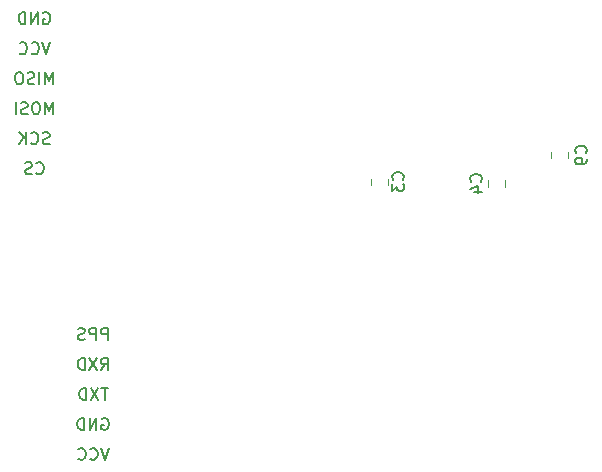
<source format=gbr>
G04 #@! TF.GenerationSoftware,KiCad,Pcbnew,5.1.4*
G04 #@! TF.CreationDate,2019-08-22T02:38:53+02:00*
G04 #@! TF.ProjectId,Stratosensor,53747261-746f-4736-956e-736f722e6b69,rev?*
G04 #@! TF.SameCoordinates,Original*
G04 #@! TF.FileFunction,Legend,Bot*
G04 #@! TF.FilePolarity,Positive*
%FSLAX46Y46*%
G04 Gerber Fmt 4.6, Leading zero omitted, Abs format (unit mm)*
G04 Created by KiCad (PCBNEW 5.1.4) date 2019-08-22 02:38:53*
%MOMM*%
%LPD*%
G04 APERTURE LIST*
%ADD10C,0.120000*%
%ADD11C,0.150000*%
%ADD12O,1.802000X1.802000*%
%ADD13R,1.802000X1.802000*%
%ADD14C,0.100000*%
%ADD15C,1.252000*%
%ADD16C,3.302000*%
%ADD17C,1.626000*%
%ADD18R,1.626000X1.626000*%
%ADD19O,2.302000X1.842000*%
%ADD20C,1.842000*%
%ADD21C,1.702000*%
%ADD22R,1.702000X1.702000*%
%ADD23C,1.902000*%
%ADD24R,1.902000X1.902000*%
%ADD25O,1.702000X1.702000*%
%ADD26C,2.202000*%
%ADD27C,1.802000*%
%ADD28C,1.852000*%
%ADD29R,1.852000X1.852000*%
%ADD30C,1.602000*%
%ADD31O,1.829200X1.829200*%
%ADD32R,1.829200X1.829200*%
G04 APERTURE END LIST*
D10*
X131520000Y-114918748D02*
X131520000Y-115441252D01*
X130100000Y-114918748D02*
X130100000Y-115441252D01*
X126186000Y-117331748D02*
X126186000Y-117854252D01*
X124766000Y-117331748D02*
X124766000Y-117854252D01*
X114860000Y-117696252D02*
X114860000Y-117173748D01*
X116280000Y-117696252D02*
X116280000Y-117173748D01*
D11*
X133072142Y-115013333D02*
X133119761Y-114965714D01*
X133167380Y-114822857D01*
X133167380Y-114727619D01*
X133119761Y-114584761D01*
X133024523Y-114489523D01*
X132929285Y-114441904D01*
X132738809Y-114394285D01*
X132595952Y-114394285D01*
X132405476Y-114441904D01*
X132310238Y-114489523D01*
X132215000Y-114584761D01*
X132167380Y-114727619D01*
X132167380Y-114822857D01*
X132215000Y-114965714D01*
X132262619Y-115013333D01*
X133167380Y-115489523D02*
X133167380Y-115680000D01*
X133119761Y-115775238D01*
X133072142Y-115822857D01*
X132929285Y-115918095D01*
X132738809Y-115965714D01*
X132357857Y-115965714D01*
X132262619Y-115918095D01*
X132215000Y-115870476D01*
X132167380Y-115775238D01*
X132167380Y-115584761D01*
X132215000Y-115489523D01*
X132262619Y-115441904D01*
X132357857Y-115394285D01*
X132595952Y-115394285D01*
X132691190Y-115441904D01*
X132738809Y-115489523D01*
X132786428Y-115584761D01*
X132786428Y-115775238D01*
X132738809Y-115870476D01*
X132691190Y-115918095D01*
X132595952Y-115965714D01*
X124183142Y-117426333D02*
X124230761Y-117378714D01*
X124278380Y-117235857D01*
X124278380Y-117140619D01*
X124230761Y-116997761D01*
X124135523Y-116902523D01*
X124040285Y-116854904D01*
X123849809Y-116807285D01*
X123706952Y-116807285D01*
X123516476Y-116854904D01*
X123421238Y-116902523D01*
X123326000Y-116997761D01*
X123278380Y-117140619D01*
X123278380Y-117235857D01*
X123326000Y-117378714D01*
X123373619Y-117426333D01*
X123611714Y-118283476D02*
X124278380Y-118283476D01*
X123230761Y-118045380D02*
X123945047Y-117807285D01*
X123945047Y-118426333D01*
X86546666Y-116707142D02*
X86594285Y-116754761D01*
X86737142Y-116802380D01*
X86832380Y-116802380D01*
X86975238Y-116754761D01*
X87070476Y-116659523D01*
X87118095Y-116564285D01*
X87165714Y-116373809D01*
X87165714Y-116230952D01*
X87118095Y-116040476D01*
X87070476Y-115945238D01*
X86975238Y-115850000D01*
X86832380Y-115802380D01*
X86737142Y-115802380D01*
X86594285Y-115850000D01*
X86546666Y-115897619D01*
X86165714Y-116754761D02*
X86022857Y-116802380D01*
X85784761Y-116802380D01*
X85689523Y-116754761D01*
X85641904Y-116707142D01*
X85594285Y-116611904D01*
X85594285Y-116516666D01*
X85641904Y-116421428D01*
X85689523Y-116373809D01*
X85784761Y-116326190D01*
X85975238Y-116278571D01*
X86070476Y-116230952D01*
X86118095Y-116183333D01*
X86165714Y-116088095D01*
X86165714Y-115992857D01*
X86118095Y-115897619D01*
X86070476Y-115850000D01*
X85975238Y-115802380D01*
X85737142Y-115802380D01*
X85594285Y-115850000D01*
X87665714Y-114214761D02*
X87522857Y-114262380D01*
X87284761Y-114262380D01*
X87189523Y-114214761D01*
X87141904Y-114167142D01*
X87094285Y-114071904D01*
X87094285Y-113976666D01*
X87141904Y-113881428D01*
X87189523Y-113833809D01*
X87284761Y-113786190D01*
X87475238Y-113738571D01*
X87570476Y-113690952D01*
X87618095Y-113643333D01*
X87665714Y-113548095D01*
X87665714Y-113452857D01*
X87618095Y-113357619D01*
X87570476Y-113310000D01*
X87475238Y-113262380D01*
X87237142Y-113262380D01*
X87094285Y-113310000D01*
X86094285Y-114167142D02*
X86141904Y-114214761D01*
X86284761Y-114262380D01*
X86380000Y-114262380D01*
X86522857Y-114214761D01*
X86618095Y-114119523D01*
X86665714Y-114024285D01*
X86713333Y-113833809D01*
X86713333Y-113690952D01*
X86665714Y-113500476D01*
X86618095Y-113405238D01*
X86522857Y-113310000D01*
X86380000Y-113262380D01*
X86284761Y-113262380D01*
X86141904Y-113310000D01*
X86094285Y-113357619D01*
X85665714Y-114262380D02*
X85665714Y-113262380D01*
X85094285Y-114262380D02*
X85522857Y-113690952D01*
X85094285Y-113262380D02*
X85665714Y-113833809D01*
X87951428Y-111722380D02*
X87951428Y-110722380D01*
X87618095Y-111436666D01*
X87284761Y-110722380D01*
X87284761Y-111722380D01*
X86618095Y-110722380D02*
X86427619Y-110722380D01*
X86332380Y-110770000D01*
X86237142Y-110865238D01*
X86189523Y-111055714D01*
X86189523Y-111389047D01*
X86237142Y-111579523D01*
X86332380Y-111674761D01*
X86427619Y-111722380D01*
X86618095Y-111722380D01*
X86713333Y-111674761D01*
X86808571Y-111579523D01*
X86856190Y-111389047D01*
X86856190Y-111055714D01*
X86808571Y-110865238D01*
X86713333Y-110770000D01*
X86618095Y-110722380D01*
X85808571Y-111674761D02*
X85665714Y-111722380D01*
X85427619Y-111722380D01*
X85332380Y-111674761D01*
X85284761Y-111627142D01*
X85237142Y-111531904D01*
X85237142Y-111436666D01*
X85284761Y-111341428D01*
X85332380Y-111293809D01*
X85427619Y-111246190D01*
X85618095Y-111198571D01*
X85713333Y-111150952D01*
X85760952Y-111103333D01*
X85808571Y-111008095D01*
X85808571Y-110912857D01*
X85760952Y-110817619D01*
X85713333Y-110770000D01*
X85618095Y-110722380D01*
X85380000Y-110722380D01*
X85237142Y-110770000D01*
X84808571Y-111722380D02*
X84808571Y-110722380D01*
X87951428Y-109182380D02*
X87951428Y-108182380D01*
X87618095Y-108896666D01*
X87284761Y-108182380D01*
X87284761Y-109182380D01*
X86808571Y-109182380D02*
X86808571Y-108182380D01*
X86380000Y-109134761D02*
X86237142Y-109182380D01*
X85999047Y-109182380D01*
X85903809Y-109134761D01*
X85856190Y-109087142D01*
X85808571Y-108991904D01*
X85808571Y-108896666D01*
X85856190Y-108801428D01*
X85903809Y-108753809D01*
X85999047Y-108706190D01*
X86189523Y-108658571D01*
X86284761Y-108610952D01*
X86332380Y-108563333D01*
X86380000Y-108468095D01*
X86380000Y-108372857D01*
X86332380Y-108277619D01*
X86284761Y-108230000D01*
X86189523Y-108182380D01*
X85951428Y-108182380D01*
X85808571Y-108230000D01*
X85189523Y-108182380D02*
X84999047Y-108182380D01*
X84903809Y-108230000D01*
X84808571Y-108325238D01*
X84760952Y-108515714D01*
X84760952Y-108849047D01*
X84808571Y-109039523D01*
X84903809Y-109134761D01*
X84999047Y-109182380D01*
X85189523Y-109182380D01*
X85284761Y-109134761D01*
X85380000Y-109039523D01*
X85427619Y-108849047D01*
X85427619Y-108515714D01*
X85380000Y-108325238D01*
X85284761Y-108230000D01*
X85189523Y-108182380D01*
X87713333Y-105642380D02*
X87380000Y-106642380D01*
X87046666Y-105642380D01*
X86141904Y-106547142D02*
X86189523Y-106594761D01*
X86332380Y-106642380D01*
X86427619Y-106642380D01*
X86570476Y-106594761D01*
X86665714Y-106499523D01*
X86713333Y-106404285D01*
X86760952Y-106213809D01*
X86760952Y-106070952D01*
X86713333Y-105880476D01*
X86665714Y-105785238D01*
X86570476Y-105690000D01*
X86427619Y-105642380D01*
X86332380Y-105642380D01*
X86189523Y-105690000D01*
X86141904Y-105737619D01*
X85141904Y-106547142D02*
X85189523Y-106594761D01*
X85332380Y-106642380D01*
X85427619Y-106642380D01*
X85570476Y-106594761D01*
X85665714Y-106499523D01*
X85713333Y-106404285D01*
X85760952Y-106213809D01*
X85760952Y-106070952D01*
X85713333Y-105880476D01*
X85665714Y-105785238D01*
X85570476Y-105690000D01*
X85427619Y-105642380D01*
X85332380Y-105642380D01*
X85189523Y-105690000D01*
X85141904Y-105737619D01*
X87141904Y-103150000D02*
X87237142Y-103102380D01*
X87380000Y-103102380D01*
X87522857Y-103150000D01*
X87618095Y-103245238D01*
X87665714Y-103340476D01*
X87713333Y-103530952D01*
X87713333Y-103673809D01*
X87665714Y-103864285D01*
X87618095Y-103959523D01*
X87522857Y-104054761D01*
X87380000Y-104102380D01*
X87284761Y-104102380D01*
X87141904Y-104054761D01*
X87094285Y-104007142D01*
X87094285Y-103673809D01*
X87284761Y-103673809D01*
X86665714Y-104102380D02*
X86665714Y-103102380D01*
X86094285Y-104102380D01*
X86094285Y-103102380D01*
X85618095Y-104102380D02*
X85618095Y-103102380D01*
X85380000Y-103102380D01*
X85237142Y-103150000D01*
X85141904Y-103245238D01*
X85094285Y-103340476D01*
X85046666Y-103530952D01*
X85046666Y-103673809D01*
X85094285Y-103864285D01*
X85141904Y-103959523D01*
X85237142Y-104054761D01*
X85380000Y-104102380D01*
X85618095Y-104102380D01*
X92683333Y-139992380D02*
X92350000Y-140992380D01*
X92016666Y-139992380D01*
X91111904Y-140897142D02*
X91159523Y-140944761D01*
X91302380Y-140992380D01*
X91397619Y-140992380D01*
X91540476Y-140944761D01*
X91635714Y-140849523D01*
X91683333Y-140754285D01*
X91730952Y-140563809D01*
X91730952Y-140420952D01*
X91683333Y-140230476D01*
X91635714Y-140135238D01*
X91540476Y-140040000D01*
X91397619Y-139992380D01*
X91302380Y-139992380D01*
X91159523Y-140040000D01*
X91111904Y-140087619D01*
X90111904Y-140897142D02*
X90159523Y-140944761D01*
X90302380Y-140992380D01*
X90397619Y-140992380D01*
X90540476Y-140944761D01*
X90635714Y-140849523D01*
X90683333Y-140754285D01*
X90730952Y-140563809D01*
X90730952Y-140420952D01*
X90683333Y-140230476D01*
X90635714Y-140135238D01*
X90540476Y-140040000D01*
X90397619Y-139992380D01*
X90302380Y-139992380D01*
X90159523Y-140040000D01*
X90111904Y-140087619D01*
X92111904Y-137500000D02*
X92207142Y-137452380D01*
X92350000Y-137452380D01*
X92492857Y-137500000D01*
X92588095Y-137595238D01*
X92635714Y-137690476D01*
X92683333Y-137880952D01*
X92683333Y-138023809D01*
X92635714Y-138214285D01*
X92588095Y-138309523D01*
X92492857Y-138404761D01*
X92350000Y-138452380D01*
X92254761Y-138452380D01*
X92111904Y-138404761D01*
X92064285Y-138357142D01*
X92064285Y-138023809D01*
X92254761Y-138023809D01*
X91635714Y-138452380D02*
X91635714Y-137452380D01*
X91064285Y-138452380D01*
X91064285Y-137452380D01*
X90588095Y-138452380D02*
X90588095Y-137452380D01*
X90350000Y-137452380D01*
X90207142Y-137500000D01*
X90111904Y-137595238D01*
X90064285Y-137690476D01*
X90016666Y-137880952D01*
X90016666Y-138023809D01*
X90064285Y-138214285D01*
X90111904Y-138309523D01*
X90207142Y-138404761D01*
X90350000Y-138452380D01*
X90588095Y-138452380D01*
X92611904Y-134912380D02*
X92040476Y-134912380D01*
X92326190Y-135912380D02*
X92326190Y-134912380D01*
X91802380Y-134912380D02*
X91135714Y-135912380D01*
X91135714Y-134912380D02*
X91802380Y-135912380D01*
X90754761Y-135912380D02*
X90754761Y-134912380D01*
X90516666Y-134912380D01*
X90373809Y-134960000D01*
X90278571Y-135055238D01*
X90230952Y-135150476D01*
X90183333Y-135340952D01*
X90183333Y-135483809D01*
X90230952Y-135674285D01*
X90278571Y-135769523D01*
X90373809Y-135864761D01*
X90516666Y-135912380D01*
X90754761Y-135912380D01*
X92016666Y-133372380D02*
X92350000Y-132896190D01*
X92588095Y-133372380D02*
X92588095Y-132372380D01*
X92207142Y-132372380D01*
X92111904Y-132420000D01*
X92064285Y-132467619D01*
X92016666Y-132562857D01*
X92016666Y-132705714D01*
X92064285Y-132800952D01*
X92111904Y-132848571D01*
X92207142Y-132896190D01*
X92588095Y-132896190D01*
X91683333Y-132372380D02*
X91016666Y-133372380D01*
X91016666Y-132372380D02*
X91683333Y-133372380D01*
X90635714Y-133372380D02*
X90635714Y-132372380D01*
X90397619Y-132372380D01*
X90254761Y-132420000D01*
X90159523Y-132515238D01*
X90111904Y-132610476D01*
X90064285Y-132800952D01*
X90064285Y-132943809D01*
X90111904Y-133134285D01*
X90159523Y-133229523D01*
X90254761Y-133324761D01*
X90397619Y-133372380D01*
X90635714Y-133372380D01*
X92588095Y-130832380D02*
X92588095Y-129832380D01*
X92207142Y-129832380D01*
X92111904Y-129880000D01*
X92064285Y-129927619D01*
X92016666Y-130022857D01*
X92016666Y-130165714D01*
X92064285Y-130260952D01*
X92111904Y-130308571D01*
X92207142Y-130356190D01*
X92588095Y-130356190D01*
X91588095Y-130832380D02*
X91588095Y-129832380D01*
X91207142Y-129832380D01*
X91111904Y-129880000D01*
X91064285Y-129927619D01*
X91016666Y-130022857D01*
X91016666Y-130165714D01*
X91064285Y-130260952D01*
X91111904Y-130308571D01*
X91207142Y-130356190D01*
X91588095Y-130356190D01*
X90635714Y-130784761D02*
X90492857Y-130832380D01*
X90254761Y-130832380D01*
X90159523Y-130784761D01*
X90111904Y-130737142D01*
X90064285Y-130641904D01*
X90064285Y-130546666D01*
X90111904Y-130451428D01*
X90159523Y-130403809D01*
X90254761Y-130356190D01*
X90445238Y-130308571D01*
X90540476Y-130260952D01*
X90588095Y-130213333D01*
X90635714Y-130118095D01*
X90635714Y-130022857D01*
X90588095Y-129927619D01*
X90540476Y-129880000D01*
X90445238Y-129832380D01*
X90207142Y-129832380D01*
X90064285Y-129880000D01*
X117577142Y-117268333D02*
X117624761Y-117220714D01*
X117672380Y-117077857D01*
X117672380Y-116982619D01*
X117624761Y-116839761D01*
X117529523Y-116744523D01*
X117434285Y-116696904D01*
X117243809Y-116649285D01*
X117100952Y-116649285D01*
X116910476Y-116696904D01*
X116815238Y-116744523D01*
X116720000Y-116839761D01*
X116672380Y-116982619D01*
X116672380Y-117077857D01*
X116720000Y-117220714D01*
X116767619Y-117268333D01*
X116672380Y-117601666D02*
X116672380Y-118220714D01*
X117053333Y-117887380D01*
X117053333Y-118030238D01*
X117100952Y-118125476D01*
X117148571Y-118173095D01*
X117243809Y-118220714D01*
X117481904Y-118220714D01*
X117577142Y-118173095D01*
X117624761Y-118125476D01*
X117672380Y-118030238D01*
X117672380Y-117744523D01*
X117624761Y-117649285D01*
X117577142Y-117601666D01*
%LPC*%
D12*
X138430000Y-109220000D03*
X140970000Y-109220000D03*
X143510000Y-109220000D03*
D13*
X146050000Y-109220000D03*
D12*
X138430000Y-104140000D03*
X140970000Y-104140000D03*
X143510000Y-104140000D03*
D13*
X146050000Y-104140000D03*
D12*
X138430000Y-99060000D03*
X140970000Y-99060000D03*
X143510000Y-99060000D03*
D13*
X146050000Y-99060000D03*
D12*
X138430000Y-93980000D03*
X140970000Y-93980000D03*
X143510000Y-93980000D03*
D13*
X146050000Y-93980000D03*
D12*
X138430000Y-124460000D03*
X140970000Y-124460000D03*
X143510000Y-124460000D03*
D13*
X146050000Y-124460000D03*
D12*
X138430000Y-129540000D03*
X140970000Y-129540000D03*
X143510000Y-129540000D03*
D13*
X146050000Y-129540000D03*
D14*
G36*
X131315505Y-115580311D02*
G01*
X131341925Y-115584230D01*
X131367835Y-115590720D01*
X131392983Y-115599718D01*
X131417128Y-115611138D01*
X131440038Y-115624869D01*
X131461492Y-115640780D01*
X131481282Y-115658718D01*
X131499220Y-115678508D01*
X131515131Y-115699962D01*
X131528862Y-115722872D01*
X131540282Y-115747017D01*
X131549280Y-115772165D01*
X131555770Y-115798075D01*
X131559689Y-115824495D01*
X131561000Y-115851173D01*
X131561000Y-116558827D01*
X131559689Y-116585505D01*
X131555770Y-116611925D01*
X131549280Y-116637835D01*
X131540282Y-116662983D01*
X131528862Y-116687128D01*
X131515131Y-116710038D01*
X131499220Y-116731492D01*
X131481282Y-116751282D01*
X131461492Y-116769220D01*
X131440038Y-116785131D01*
X131417128Y-116798862D01*
X131392983Y-116810282D01*
X131367835Y-116819280D01*
X131341925Y-116825770D01*
X131315505Y-116829689D01*
X131288827Y-116831000D01*
X130331173Y-116831000D01*
X130304495Y-116829689D01*
X130278075Y-116825770D01*
X130252165Y-116819280D01*
X130227017Y-116810282D01*
X130202872Y-116798862D01*
X130179962Y-116785131D01*
X130158508Y-116769220D01*
X130138718Y-116751282D01*
X130120780Y-116731492D01*
X130104869Y-116710038D01*
X130091138Y-116687128D01*
X130079718Y-116662983D01*
X130070720Y-116637835D01*
X130064230Y-116611925D01*
X130060311Y-116585505D01*
X130059000Y-116558827D01*
X130059000Y-115851173D01*
X130060311Y-115824495D01*
X130064230Y-115798075D01*
X130070720Y-115772165D01*
X130079718Y-115747017D01*
X130091138Y-115722872D01*
X130104869Y-115699962D01*
X130120780Y-115678508D01*
X130138718Y-115658718D01*
X130158508Y-115640780D01*
X130179962Y-115624869D01*
X130202872Y-115611138D01*
X130227017Y-115599718D01*
X130252165Y-115590720D01*
X130278075Y-115584230D01*
X130304495Y-115580311D01*
X130331173Y-115579000D01*
X131288827Y-115579000D01*
X131315505Y-115580311D01*
X131315505Y-115580311D01*
G37*
D15*
X130810000Y-116205000D03*
D14*
G36*
X131315505Y-113530311D02*
G01*
X131341925Y-113534230D01*
X131367835Y-113540720D01*
X131392983Y-113549718D01*
X131417128Y-113561138D01*
X131440038Y-113574869D01*
X131461492Y-113590780D01*
X131481282Y-113608718D01*
X131499220Y-113628508D01*
X131515131Y-113649962D01*
X131528862Y-113672872D01*
X131540282Y-113697017D01*
X131549280Y-113722165D01*
X131555770Y-113748075D01*
X131559689Y-113774495D01*
X131561000Y-113801173D01*
X131561000Y-114508827D01*
X131559689Y-114535505D01*
X131555770Y-114561925D01*
X131549280Y-114587835D01*
X131540282Y-114612983D01*
X131528862Y-114637128D01*
X131515131Y-114660038D01*
X131499220Y-114681492D01*
X131481282Y-114701282D01*
X131461492Y-114719220D01*
X131440038Y-114735131D01*
X131417128Y-114748862D01*
X131392983Y-114760282D01*
X131367835Y-114769280D01*
X131341925Y-114775770D01*
X131315505Y-114779689D01*
X131288827Y-114781000D01*
X130331173Y-114781000D01*
X130304495Y-114779689D01*
X130278075Y-114775770D01*
X130252165Y-114769280D01*
X130227017Y-114760282D01*
X130202872Y-114748862D01*
X130179962Y-114735131D01*
X130158508Y-114719220D01*
X130138718Y-114701282D01*
X130120780Y-114681492D01*
X130104869Y-114660038D01*
X130091138Y-114637128D01*
X130079718Y-114612983D01*
X130070720Y-114587835D01*
X130064230Y-114561925D01*
X130060311Y-114535505D01*
X130059000Y-114508827D01*
X130059000Y-113801173D01*
X130060311Y-113774495D01*
X130064230Y-113748075D01*
X130070720Y-113722165D01*
X130079718Y-113697017D01*
X130091138Y-113672872D01*
X130104869Y-113649962D01*
X130120780Y-113628508D01*
X130138718Y-113608718D01*
X130158508Y-113590780D01*
X130179962Y-113574869D01*
X130202872Y-113561138D01*
X130227017Y-113549718D01*
X130252165Y-113540720D01*
X130278075Y-113534230D01*
X130304495Y-113530311D01*
X130331173Y-113529000D01*
X131288827Y-113529000D01*
X131315505Y-113530311D01*
X131315505Y-113530311D01*
G37*
D15*
X130810000Y-114155000D03*
D16*
X116205000Y-76200000D03*
X95885000Y-76200000D03*
D17*
X117475000Y-85090000D03*
X114935000Y-85090000D03*
X112395000Y-85090000D03*
X109855000Y-85090000D03*
X107315000Y-85090000D03*
X104775000Y-85090000D03*
X102235000Y-85090000D03*
X99695000Y-85090000D03*
X97155000Y-85090000D03*
D18*
X94615000Y-85090000D03*
D19*
X55880000Y-60960000D03*
D14*
G36*
X56792287Y-62580274D02*
G01*
X56817977Y-62584085D01*
X56843171Y-62590396D01*
X56867625Y-62599146D01*
X56891103Y-62610250D01*
X56913380Y-62623602D01*
X56934241Y-62639074D01*
X56953485Y-62656515D01*
X56970926Y-62675759D01*
X56986398Y-62696620D01*
X56999750Y-62718897D01*
X57010854Y-62742375D01*
X57019604Y-62766829D01*
X57025915Y-62792023D01*
X57029726Y-62817713D01*
X57031000Y-62843654D01*
X57031000Y-64156346D01*
X57029726Y-64182287D01*
X57025915Y-64207977D01*
X57019604Y-64233171D01*
X57010854Y-64257625D01*
X56999750Y-64281103D01*
X56986398Y-64303380D01*
X56970926Y-64324241D01*
X56953485Y-64343485D01*
X56934241Y-64360926D01*
X56913380Y-64376398D01*
X56891103Y-64389750D01*
X56867625Y-64400854D01*
X56843171Y-64409604D01*
X56817977Y-64415915D01*
X56792287Y-64419726D01*
X56766346Y-64421000D01*
X54993654Y-64421000D01*
X54967713Y-64419726D01*
X54942023Y-64415915D01*
X54916829Y-64409604D01*
X54892375Y-64400854D01*
X54868897Y-64389750D01*
X54846620Y-64376398D01*
X54825759Y-64360926D01*
X54806515Y-64343485D01*
X54789074Y-64324241D01*
X54773602Y-64303380D01*
X54760250Y-64281103D01*
X54749146Y-64257625D01*
X54740396Y-64233171D01*
X54734085Y-64207977D01*
X54730274Y-64182287D01*
X54729000Y-64156346D01*
X54729000Y-62843654D01*
X54730274Y-62817713D01*
X54734085Y-62792023D01*
X54740396Y-62766829D01*
X54749146Y-62742375D01*
X54760250Y-62718897D01*
X54773602Y-62696620D01*
X54789074Y-62675759D01*
X54806515Y-62656515D01*
X54825759Y-62639074D01*
X54846620Y-62623602D01*
X54868897Y-62610250D01*
X54892375Y-62599146D01*
X54916829Y-62590396D01*
X54942023Y-62584085D01*
X54967713Y-62580274D01*
X54993654Y-62579000D01*
X56766346Y-62579000D01*
X56792287Y-62580274D01*
X56792287Y-62580274D01*
G37*
D20*
X55880000Y-63500000D03*
D21*
X63500000Y-61000000D03*
D22*
X63500000Y-63500000D03*
D23*
X56642000Y-95250000D03*
D24*
X56642000Y-92710000D03*
D23*
X56642000Y-90170000D03*
D24*
X56642000Y-87630000D03*
D25*
X99314000Y-94234000D03*
D21*
X109474000Y-94234000D03*
D25*
X99314000Y-91186000D03*
D21*
X109474000Y-91186000D03*
D14*
G36*
X125981505Y-117993311D02*
G01*
X126007925Y-117997230D01*
X126033835Y-118003720D01*
X126058983Y-118012718D01*
X126083128Y-118024138D01*
X126106038Y-118037869D01*
X126127492Y-118053780D01*
X126147282Y-118071718D01*
X126165220Y-118091508D01*
X126181131Y-118112962D01*
X126194862Y-118135872D01*
X126206282Y-118160017D01*
X126215280Y-118185165D01*
X126221770Y-118211075D01*
X126225689Y-118237495D01*
X126227000Y-118264173D01*
X126227000Y-118971827D01*
X126225689Y-118998505D01*
X126221770Y-119024925D01*
X126215280Y-119050835D01*
X126206282Y-119075983D01*
X126194862Y-119100128D01*
X126181131Y-119123038D01*
X126165220Y-119144492D01*
X126147282Y-119164282D01*
X126127492Y-119182220D01*
X126106038Y-119198131D01*
X126083128Y-119211862D01*
X126058983Y-119223282D01*
X126033835Y-119232280D01*
X126007925Y-119238770D01*
X125981505Y-119242689D01*
X125954827Y-119244000D01*
X124997173Y-119244000D01*
X124970495Y-119242689D01*
X124944075Y-119238770D01*
X124918165Y-119232280D01*
X124893017Y-119223282D01*
X124868872Y-119211862D01*
X124845962Y-119198131D01*
X124824508Y-119182220D01*
X124804718Y-119164282D01*
X124786780Y-119144492D01*
X124770869Y-119123038D01*
X124757138Y-119100128D01*
X124745718Y-119075983D01*
X124736720Y-119050835D01*
X124730230Y-119024925D01*
X124726311Y-118998505D01*
X124725000Y-118971827D01*
X124725000Y-118264173D01*
X124726311Y-118237495D01*
X124730230Y-118211075D01*
X124736720Y-118185165D01*
X124745718Y-118160017D01*
X124757138Y-118135872D01*
X124770869Y-118112962D01*
X124786780Y-118091508D01*
X124804718Y-118071718D01*
X124824508Y-118053780D01*
X124845962Y-118037869D01*
X124868872Y-118024138D01*
X124893017Y-118012718D01*
X124918165Y-118003720D01*
X124944075Y-117997230D01*
X124970495Y-117993311D01*
X124997173Y-117992000D01*
X125954827Y-117992000D01*
X125981505Y-117993311D01*
X125981505Y-117993311D01*
G37*
D15*
X125476000Y-118618000D03*
D14*
G36*
X125981505Y-115943311D02*
G01*
X126007925Y-115947230D01*
X126033835Y-115953720D01*
X126058983Y-115962718D01*
X126083128Y-115974138D01*
X126106038Y-115987869D01*
X126127492Y-116003780D01*
X126147282Y-116021718D01*
X126165220Y-116041508D01*
X126181131Y-116062962D01*
X126194862Y-116085872D01*
X126206282Y-116110017D01*
X126215280Y-116135165D01*
X126221770Y-116161075D01*
X126225689Y-116187495D01*
X126227000Y-116214173D01*
X126227000Y-116921827D01*
X126225689Y-116948505D01*
X126221770Y-116974925D01*
X126215280Y-117000835D01*
X126206282Y-117025983D01*
X126194862Y-117050128D01*
X126181131Y-117073038D01*
X126165220Y-117094492D01*
X126147282Y-117114282D01*
X126127492Y-117132220D01*
X126106038Y-117148131D01*
X126083128Y-117161862D01*
X126058983Y-117173282D01*
X126033835Y-117182280D01*
X126007925Y-117188770D01*
X125981505Y-117192689D01*
X125954827Y-117194000D01*
X124997173Y-117194000D01*
X124970495Y-117192689D01*
X124944075Y-117188770D01*
X124918165Y-117182280D01*
X124893017Y-117173282D01*
X124868872Y-117161862D01*
X124845962Y-117148131D01*
X124824508Y-117132220D01*
X124804718Y-117114282D01*
X124786780Y-117094492D01*
X124770869Y-117073038D01*
X124757138Y-117050128D01*
X124745718Y-117025983D01*
X124736720Y-117000835D01*
X124730230Y-116974925D01*
X124726311Y-116948505D01*
X124725000Y-116921827D01*
X124725000Y-116214173D01*
X124726311Y-116187495D01*
X124730230Y-116161075D01*
X124736720Y-116135165D01*
X124745718Y-116110017D01*
X124757138Y-116085872D01*
X124770869Y-116062962D01*
X124786780Y-116041508D01*
X124804718Y-116021718D01*
X124824508Y-116003780D01*
X124845962Y-115987869D01*
X124868872Y-115974138D01*
X124893017Y-115962718D01*
X124918165Y-115953720D01*
X124944075Y-115947230D01*
X124970495Y-115943311D01*
X124997173Y-115942000D01*
X125954827Y-115942000D01*
X125981505Y-115943311D01*
X125981505Y-115943311D01*
G37*
D15*
X125476000Y-116568000D03*
D16*
X55000000Y-55000000D03*
X145000000Y-55000000D03*
X145000000Y-145000000D03*
X55000000Y-145000000D03*
D26*
X54000000Y-100000000D03*
X54000000Y-120000000D03*
X92000000Y-120000000D03*
X92000000Y-100000000D03*
D27*
X90190000Y-116350000D03*
X90190000Y-113810000D03*
X90190000Y-111270000D03*
X90190000Y-108730000D03*
X90190000Y-106190000D03*
D13*
X90190000Y-103650000D03*
D25*
X106680000Y-109220000D03*
D21*
X96520000Y-109220000D03*
D28*
X95160000Y-138000000D03*
X95160000Y-135460000D03*
X95160000Y-132920000D03*
D29*
X95160000Y-130380000D03*
D28*
X95160000Y-140540000D03*
D16*
X94700000Y-126460000D03*
X94700000Y-144460000D03*
X64700000Y-126460000D03*
X64700000Y-144460000D03*
D12*
X114210000Y-146890000D03*
X116750000Y-146890000D03*
D13*
X119290000Y-146890000D03*
D12*
X109220000Y-65913000D03*
X106680000Y-65913000D03*
X104140000Y-65913000D03*
D13*
X101600000Y-65913000D03*
D12*
X138430000Y-134620000D03*
X140970000Y-134620000D03*
X143510000Y-134620000D03*
D13*
X146050000Y-134620000D03*
D30*
X107860000Y-120420000D03*
X107860000Y-125300000D03*
D25*
X128180000Y-93550000D03*
X112940000Y-141810000D03*
X128180000Y-96090000D03*
X112940000Y-139270000D03*
X128180000Y-98630000D03*
X112940000Y-136730000D03*
X128180000Y-101170000D03*
X112940000Y-134190000D03*
X128180000Y-103710000D03*
X112940000Y-131650000D03*
X128180000Y-106250000D03*
X112940000Y-129110000D03*
X128180000Y-108790000D03*
X112940000Y-126570000D03*
X128180000Y-111330000D03*
X112940000Y-124030000D03*
X128180000Y-113870000D03*
X112940000Y-121490000D03*
X128180000Y-116410000D03*
X112940000Y-118950000D03*
X128180000Y-118950000D03*
X112940000Y-116410000D03*
X128180000Y-121490000D03*
X112940000Y-113870000D03*
X128180000Y-124030000D03*
X112940000Y-111330000D03*
X128180000Y-126570000D03*
X112940000Y-108790000D03*
X128180000Y-129110000D03*
X112940000Y-106250000D03*
X128180000Y-131650000D03*
X112940000Y-103710000D03*
X128180000Y-134190000D03*
X112940000Y-101170000D03*
X128180000Y-136730000D03*
X112940000Y-98630000D03*
X128180000Y-139270000D03*
X112940000Y-96090000D03*
X128180000Y-141810000D03*
D22*
X112940000Y-93550000D03*
D25*
X131445000Y-133985000D03*
D21*
X131445000Y-123825000D03*
D25*
X134620000Y-133985000D03*
D21*
X134620000Y-123825000D03*
D25*
X107950000Y-114935000D03*
D21*
X97790000Y-114935000D03*
D31*
X105918000Y-100838000D03*
X105918000Y-103378000D03*
X103378000Y-100838000D03*
X103378000Y-103378000D03*
X100838000Y-100838000D03*
D32*
X100838000Y-103378000D03*
D14*
G36*
X116075505Y-115785311D02*
G01*
X116101925Y-115789230D01*
X116127835Y-115795720D01*
X116152983Y-115804718D01*
X116177128Y-115816138D01*
X116200038Y-115829869D01*
X116221492Y-115845780D01*
X116241282Y-115863718D01*
X116259220Y-115883508D01*
X116275131Y-115904962D01*
X116288862Y-115927872D01*
X116300282Y-115952017D01*
X116309280Y-115977165D01*
X116315770Y-116003075D01*
X116319689Y-116029495D01*
X116321000Y-116056173D01*
X116321000Y-116763827D01*
X116319689Y-116790505D01*
X116315770Y-116816925D01*
X116309280Y-116842835D01*
X116300282Y-116867983D01*
X116288862Y-116892128D01*
X116275131Y-116915038D01*
X116259220Y-116936492D01*
X116241282Y-116956282D01*
X116221492Y-116974220D01*
X116200038Y-116990131D01*
X116177128Y-117003862D01*
X116152983Y-117015282D01*
X116127835Y-117024280D01*
X116101925Y-117030770D01*
X116075505Y-117034689D01*
X116048827Y-117036000D01*
X115091173Y-117036000D01*
X115064495Y-117034689D01*
X115038075Y-117030770D01*
X115012165Y-117024280D01*
X114987017Y-117015282D01*
X114962872Y-117003862D01*
X114939962Y-116990131D01*
X114918508Y-116974220D01*
X114898718Y-116956282D01*
X114880780Y-116936492D01*
X114864869Y-116915038D01*
X114851138Y-116892128D01*
X114839718Y-116867983D01*
X114830720Y-116842835D01*
X114824230Y-116816925D01*
X114820311Y-116790505D01*
X114819000Y-116763827D01*
X114819000Y-116056173D01*
X114820311Y-116029495D01*
X114824230Y-116003075D01*
X114830720Y-115977165D01*
X114839718Y-115952017D01*
X114851138Y-115927872D01*
X114864869Y-115904962D01*
X114880780Y-115883508D01*
X114898718Y-115863718D01*
X114918508Y-115845780D01*
X114939962Y-115829869D01*
X114962872Y-115816138D01*
X114987017Y-115804718D01*
X115012165Y-115795720D01*
X115038075Y-115789230D01*
X115064495Y-115785311D01*
X115091173Y-115784000D01*
X116048827Y-115784000D01*
X116075505Y-115785311D01*
X116075505Y-115785311D01*
G37*
D15*
X115570000Y-116410000D03*
D14*
G36*
X116075505Y-117835311D02*
G01*
X116101925Y-117839230D01*
X116127835Y-117845720D01*
X116152983Y-117854718D01*
X116177128Y-117866138D01*
X116200038Y-117879869D01*
X116221492Y-117895780D01*
X116241282Y-117913718D01*
X116259220Y-117933508D01*
X116275131Y-117954962D01*
X116288862Y-117977872D01*
X116300282Y-118002017D01*
X116309280Y-118027165D01*
X116315770Y-118053075D01*
X116319689Y-118079495D01*
X116321000Y-118106173D01*
X116321000Y-118813827D01*
X116319689Y-118840505D01*
X116315770Y-118866925D01*
X116309280Y-118892835D01*
X116300282Y-118917983D01*
X116288862Y-118942128D01*
X116275131Y-118965038D01*
X116259220Y-118986492D01*
X116241282Y-119006282D01*
X116221492Y-119024220D01*
X116200038Y-119040131D01*
X116177128Y-119053862D01*
X116152983Y-119065282D01*
X116127835Y-119074280D01*
X116101925Y-119080770D01*
X116075505Y-119084689D01*
X116048827Y-119086000D01*
X115091173Y-119086000D01*
X115064495Y-119084689D01*
X115038075Y-119080770D01*
X115012165Y-119074280D01*
X114987017Y-119065282D01*
X114962872Y-119053862D01*
X114939962Y-119040131D01*
X114918508Y-119024220D01*
X114898718Y-119006282D01*
X114880780Y-118986492D01*
X114864869Y-118965038D01*
X114851138Y-118942128D01*
X114839718Y-118917983D01*
X114830720Y-118892835D01*
X114824230Y-118866925D01*
X114820311Y-118840505D01*
X114819000Y-118813827D01*
X114819000Y-118106173D01*
X114820311Y-118079495D01*
X114824230Y-118053075D01*
X114830720Y-118027165D01*
X114839718Y-118002017D01*
X114851138Y-117977872D01*
X114864869Y-117954962D01*
X114880780Y-117933508D01*
X114898718Y-117913718D01*
X114918508Y-117895780D01*
X114939962Y-117879869D01*
X114962872Y-117866138D01*
X114987017Y-117854718D01*
X115012165Y-117845720D01*
X115038075Y-117839230D01*
X115064495Y-117835311D01*
X115091173Y-117834000D01*
X116048827Y-117834000D01*
X116075505Y-117835311D01*
X116075505Y-117835311D01*
G37*
D15*
X115570000Y-118460000D03*
D21*
X102780000Y-120220000D03*
X102780000Y-117720000D03*
X102780000Y-125300000D03*
X102780000Y-127800000D03*
M02*

</source>
